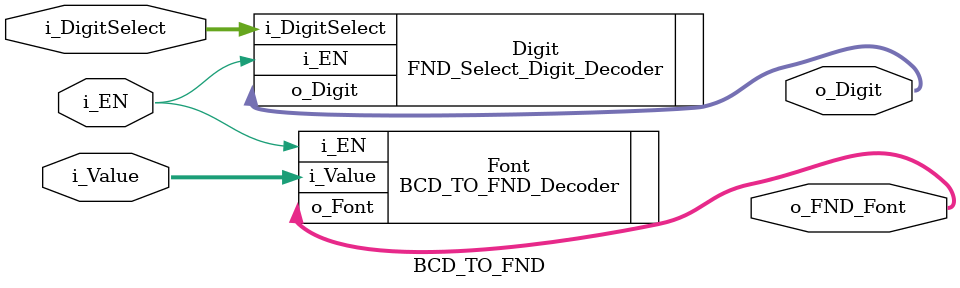
<source format=v>
`timescale 1ns / 1ps

module BCD_TO_FND(
    input i_EN,
    input [1:0] i_DigitSelect,
    input [3:0] i_Value,
    output [3:0] o_Digit,
    output [7:0] o_FND_Font
    );

    FND_Select_Digit_Decoder Digit(
        .i_EN(i_EN),
        .i_DigitSelect(i_DigitSelect),
        .o_Digit(o_Digit)
    );

    BCD_TO_FND_Decoder Font(
        .i_EN(i_EN),
        .i_Value(i_Value),
        .o_Font(o_FND_Font)
    );

endmodule

</source>
